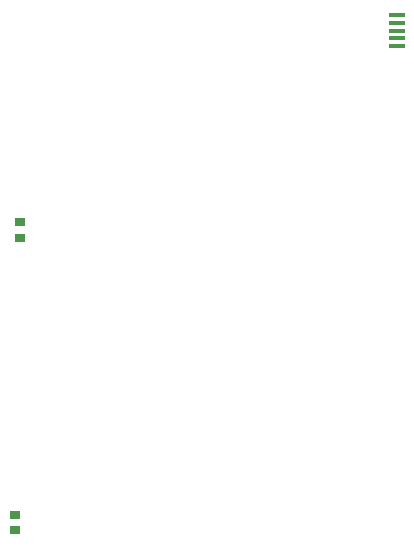
<source format=gbp>
G04*
G04 #@! TF.GenerationSoftware,Altium Limited,Altium Designer,21.0.9 (235)*
G04*
G04 Layer_Color=128*
%FSLAX44Y44*%
%MOMM*%
G71*
G04*
G04 #@! TF.SameCoordinates,BC5F0FA3-8C3F-41DD-A052-AF4356C4A8CD*
G04*
G04*
G04 #@! TF.FilePolarity,Positive*
G04*
G01*
G75*
%ADD26R,0.9000X0.8000*%
%ADD86R,1.3500X0.4000*%
D26*
X1419710Y808220D02*
D03*
Y821220D02*
D03*
X1415900Y560570D02*
D03*
Y573570D02*
D03*
D86*
X1739000Y996500D02*
D03*
Y977000D02*
D03*
Y970500D02*
D03*
Y983500D02*
D03*
Y990000D02*
D03*
M02*

</source>
